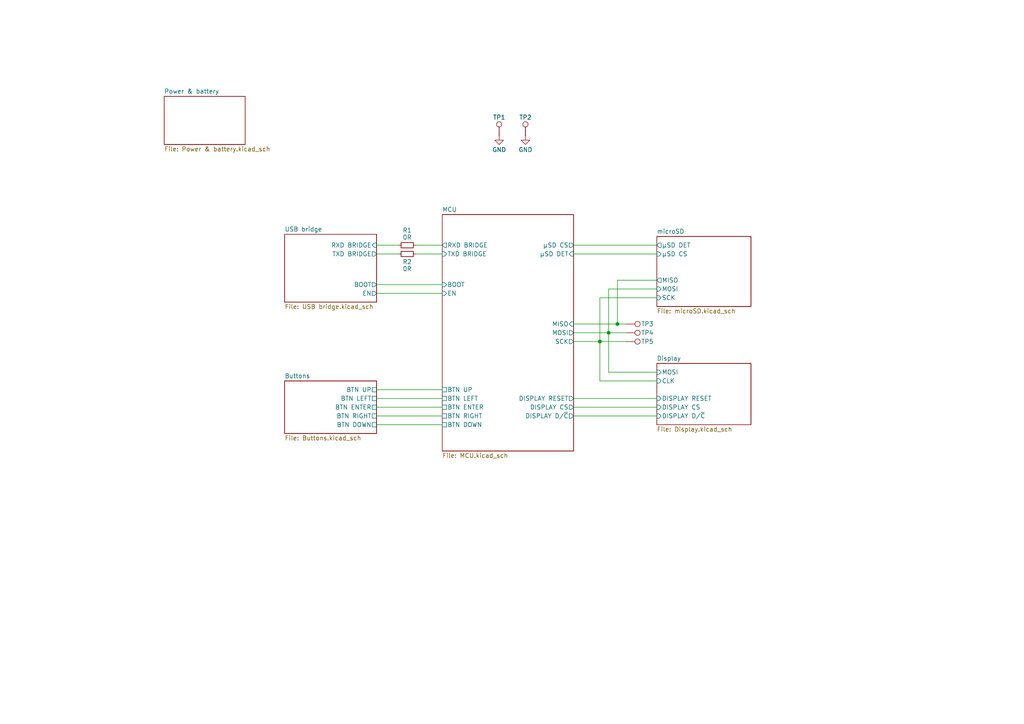
<source format=kicad_sch>
(kicad_sch (version 20250114) (generator "eeschema") (generator_version "9.0")
  (paper "A4")
  (title_block (title "ESP32MP3 devboard") (date "2025-12-08") (rev "Rev 1.0") (company "GiacoBot") (comment 1 "https://github.com/GiacoBot/ESP32MP3"))
  (lib_symbols
    (symbol "Connector:TestPoint" (pin_numbers (hide yes)) (pin_names (offset 0.762) (hide yes))
      (property "Reference" "TP" (at 0 6.858 0))
      (property "Value" "TestPoint" (at 0 5.08 0))
      (symbol "TestPoint_0_1"
        (circle (center 0 3.302) (radius 0.762))
      )
      (symbol "TestPoint_1_1"
        (pin passive line (at 0 0 90) (length 2.54) (name "1") (number "1"))
      )
    )
    (symbol "Device:R_Small" (pin_numbers (hide yes)) (pin_names (offset 0.254) (hide yes))
      (property "Reference" "R" (at 0 0 90))
      (property "Value" "R_Small" (at 1.778 0 90))
      (symbol "R_Small_0_1"
        (rectangle (start -0.762 1.778) (end 0.762 -1.778) (stroke (width 0.2032)))
      )
      (symbol "R_Small_1_1"
        (pin passive line (at 0 2.54 270) (length 0.762) (name "~") (number "1"))
        (pin passive line (at 0 -2.54 90) (length 0.762) (name "~") (number "2"))
      )
    )
    (symbol "power:GND" (power) (pin_numbers (hide yes)) (pin_names (offset 0) (hide yes))
      (property "Value" "GND" (at 0 -3.81 0))
      (symbol "GND_0_1"
        (polyline (pts (xy 0 0) (xy 0 -1.27) (xy 1.27 -1.27) (xy 0 -2.54) (xy -1.27 -1.27) (xy 0 -1.27)))
      )
      (symbol "GND_1_1"
        (pin power_in line (at 0 0 270) (length 0) (name "~") (number "1"))
      )
    )
  )
  (junction (at 179.07 93.98))
  (junction (at 176.53 96.52))
  (junction (at 173.99 99.06))
  (wire (pts (xy 179.07 81.28) (xy 190.5 81.28)))
  (wire (pts (xy 176.53 83.82) (xy 190.5 83.82)))
  (wire (pts (xy 166.37 96.52) (xy 176.53 96.52)))
  (wire (pts (xy 109.22 118.11) (xy 128.27 118.11)))
  (wire (pts (xy 109.22 113.03) (xy 128.27 113.03)))
  (wire (pts (xy 176.53 96.52) (xy 176.53 83.82)))
  (wire (pts (xy 166.37 115.57) (xy 190.5 115.57)))
  (wire (pts (xy 109.22 82.55) (xy 128.27 82.55)))
  (wire (pts (xy 109.22 85.09) (xy 128.27 85.09)))
  (wire (pts (xy 120.65 71.12) (xy 128.27 71.12)))
  (wire (pts (xy 166.37 118.11) (xy 190.5 118.11)))
  (wire (pts (xy 176.53 96.52) (xy 176.53 107.95)))
  (wire (pts (xy 166.37 71.12) (xy 190.5 71.12)))
  (wire (pts (xy 173.99 86.36) (xy 190.5 86.36)))
  (wire (pts (xy 179.07 93.98) (xy 179.07 81.28)))
  (wire (pts (xy 109.22 73.66) (xy 115.57 73.66)))
  (wire (pts (xy 176.53 96.52) (xy 181.61 96.52)))
  (wire (pts (xy 173.99 99.06) (xy 181.61 99.06)))
  (wire (pts (xy 109.22 71.12) (xy 115.57 71.12)))
  (wire (pts (xy 166.37 93.98) (xy 179.07 93.98)))
  (wire (pts (xy 173.99 110.49) (xy 190.5 110.49)))
  (wire (pts (xy 173.99 99.06) (xy 173.99 110.49)))
  (wire (pts (xy 181.61 93.98) (xy 179.07 93.98)))
  (wire (pts (xy 176.53 107.95) (xy 190.5 107.95)))
  (wire (pts (xy 109.22 120.65) (xy 128.27 120.65)))
  (wire (pts (xy 120.65 73.66) (xy 128.27 73.66)))
  (wire (pts (xy 109.22 123.19) (xy 128.27 123.19)))
  (wire (pts (xy 166.37 99.06) (xy 173.99 99.06)))
  (wire (pts (xy 109.22 115.57) (xy 128.27 115.57)))
  (wire (pts (xy 166.37 120.65) (xy 190.5 120.65)))
  (wire (pts (xy 166.37 73.66) (xy 190.5 73.66)))
  (wire (pts (xy 173.99 99.06) (xy 173.99 86.36)))
  (symbol (lib_id "Connector:TestPoint") (at 181.61 93.98 270) (mirror x) (unit 1) (in_bom no)
    (property "Reference" "TP3" (at 185.928 93.98 90) (effects (justify left)))
    (property "Value" "MISO" (effects (hide yes)))
    (property "Footprint" "TestPoint:TestPoint_Pad_D1.0mm" (effects (hide yes)))
    (property "Description" "test point" (effects (hide yes)))
  )
  (symbol (lib_id "Connector:TestPoint") (at 181.61 99.06 270) (mirror x) (unit 1) (in_bom no)
    (property "Reference" "TP5" (at 185.928 99.06 90) (effects (justify left)))
    (property "Value" "SCK" (effects (hide yes)))
    (property "Footprint" "TestPoint:TestPoint_Pad_D1.0mm" (effects (hide yes)))
    (property "Description" "test point" (effects (hide yes)))
  )
  (symbol (lib_id "Connector:TestPoint") (at 152.4 39.37 0) (mirror y) (unit 1) (in_bom no)
    (property "Reference" "TP2" (at 152.4 34.036 0))
    (property "Value" "GND" (effects (hide yes)))
    (property "Footprint" "TestPoint:TestPoint_Pad_1.0x1.0mm" (effects (hide yes)))
    (property "Description" "test point" (effects (hide yes)))
  )
  (symbol (lib_id "Connector:TestPoint") (at 181.61 96.52 270) (mirror x) (unit 1) (in_bom no)
    (property "Reference" "TP4" (at 185.928 96.52 90) (effects (justify left)))
    (property "Value" "MOSI" (effects (hide yes)))
    (property "Footprint" "TestPoint:TestPoint_Pad_D1.0mm" (effects (hide yes)))
    (property "Description" "test point" (effects (hide yes)))
  )
  (symbol (lib_id "power:GND") (at 144.78 39.37 0) (unit 1)
    (property "Reference" "#PWR01" (effects (hide yes)))
    (property "Value" "GND" (at 144.78 43.434 0))
    (property "Description" "Power symbol creates a global label with name \"GND\" , ground" (effects (hide yes)))
  )
  (symbol (lib_id "Connector:TestPoint") (at 144.78 39.37 0) (mirror y) (unit 1) (in_bom no)
    (property "Reference" "TP1" (at 144.78 34.036 0))
    (property "Value" "GND" (effects (hide yes)))
    (property "Footprint" "TestPoint:TestPoint_Pad_1.0x1.0mm" (effects (hide yes)))
    (property "Description" "test point" (effects (hide yes)))
  )
  (symbol (lib_id "power:GND") (at 152.4 39.37 0) (unit 1)
    (property "Reference" "#PWR02" (effects (hide yes)))
    (property "Value" "GND" (at 152.4 43.434 0))
    (property "Description" "Power symbol creates a global label with name \"GND\" , ground" (effects (hide yes)))
  )
  (symbol (lib_id "Device:R_Small") (at 118.11 71.12 90) (unit 1)
    (property "Reference" "R1" (at 118.11 66.802 90))
    (property "Value" "0R" (at 118.11 68.834 90))
    (property "Footprint" "Resistor_SMD:R_0603_1608Metric_Pad0.98x0.95mm_HandSolder" (effects (hide yes)))
    (property "Description" "Resistor, small symbol" (effects (hide yes)))
    (property "Part Number" "YAGEO RC0603JR-070RL" (effects (hide yes)))
  )
  (symbol (lib_id "Device:R_Small") (at 118.11 73.66 90) (mirror x) (unit 1)
    (property "Reference" "R2" (at 118.11 75.946 90))
    (property "Value" "0R" (at 118.11 77.978 90))
    (property "Footprint" "Resistor_SMD:R_0603_1608Metric_Pad0.98x0.95mm_HandSolder" (effects (hide yes)))
    (property "Description" "Resistor, small symbol" (effects (hide yes)))
    (property "Part Number" "YAGEO RC0603JR-070RL" (effects (hide yes)))
  )
  (sheet (at 82.55 110.49) (size 26.67 15.24) (stroke (width 0.1524))
    (property "Sheetname" "Buttons" (at 82.55 109.7784 0) (effects (justify left bottom)))
    (property "Sheetfile" "Buttons.kicad_sch" (at 82.55 126.3146 0) (effects (justify left top)))
    (pin "BTN ENTER" passive (at 109.22 118.11 0))
    (pin "BTN RIGHT" passive (at 109.22 120.65 0))
    (pin "BTN UP" passive (at 109.22 113.03 0))
    (pin "BTN LEFT" passive (at 109.22 115.57 0))
    (pin "BTN DOWN" passive (at 109.22 123.19 0))
  )
  (sheet (at 128.27 62.23) (size 38.1 68.58) (stroke (width 0.1524))
    (property "Sheetname" "MCU" (at 128.27 61.5184 0) (effects (justify left bottom)))
    (property "Sheetfile" "MCU.kicad_sch" (at 128.27 131.3946 0) (effects (justify left top)))
    (pin "BTN RIGHT" passive (at 128.27 120.65 180))
    (pin "BTN ENTER" passive (at 128.27 118.11 180))
    (pin "EN" input (at 128.27 85.09 180))
    (pin "µSD DET" input (at 166.37 73.66 0))
    (pin "DISPLAY CS" output (at 166.37 118.11 0))
    (pin "BTN DOWN" passive (at 128.27 123.19 180))
    (pin "TXD BRIDGE" input (at 128.27 73.66 180))
    (pin "SCK" output (at 166.37 99.06 0))
    (pin "µSD CS" output (at 166.37 71.12 0))
    (pin "DISPLAY D{slash}~{C}" output (at 166.37 120.65 0))
    (pin "BTN UP" passive (at 128.27 113.03 180))
    (pin "RXD BRIDGE" output (at 128.27 71.12 180))
    (pin "BOOT" input (at 128.27 82.55 180))
    (pin "BTN LEFT" passive (at 128.27 115.57 180))
    (pin "DISPLAY RESET" output (at 166.37 115.57 0))
    (pin "MOSI" output (at 166.37 96.52 0))
    (pin "MISO" input (at 166.37 93.98 0))
  )
  (sheet (at 190.5 105.41) (size 27.305 17.78) (stroke (width 0.1524))
    (property "Sheetname" "Display" (at 190.5 104.6984 0) (effects (justify left bottom)))
    (property "Sheetfile" "Display.kicad_sch" (at 190.5 123.7746 0) (effects (justify left top)))
    (pin "DISPLAY RESET" input (at 190.5 115.57 180))
    (pin "CLK" input (at 190.5 110.49 180))
    (pin "MOSI" input (at 190.5 107.95 180))
    (pin "DISPLAY D{slash}~{C}" input (at 190.5 120.65 180))
    (pin "DISPLAY CS" input (at 190.5 118.11 180))
  )
  (sheet (at 47.625 27.94) (size 23.495 13.97) (stroke (width 0.1524))
    (property "Sheetname" "Power & battery" (at 47.625 27.2284 0) (effects (justify left bottom)))
    (property "Sheetfile" "Power & battery.kicad_sch" (at 47.625 42.4946 0) (effects (justify left top)))
  )
  (sheet (at 82.55 67.945) (size 26.67 19.685) (stroke (width 0.1524))
    (property "Sheetname" "USB bridge" (at 82.55 67.2334 0) (effects (justify left bottom)))
    (property "Sheetfile" "USB bridge.kicad_sch" (at 82.55 88.2146 0) (effects (justify left top)))
    (pin "RXD BRIDGE" input (at 109.22 71.12 0))
    (pin "BOOT" output (at 109.22 82.55 0))
    (pin "TXD BRIDGE" output (at 109.22 73.66 0))
    (pin "EN" output (at 109.22 85.09 0))
  )
  (sheet (at 190.5 68.58) (size 27.305 20.32) (stroke (width 0.1524))
    (property "Sheetname" "microSD" (at 190.5 67.8684 0) (effects (justify left bottom)))
    (property "Sheetfile" "microSD.kicad_sch" (at 190.5 89.4846 0) (effects (justify left top)))
    (pin "µSD CS" input (at 190.5 73.66 180))
    (pin "µSD DET" output (at 190.5 71.12 180))
    (pin "SCK" input (at 190.5 86.36 180))
    (pin "MOSI" input (at 190.5 83.82 180))
    (pin "MISO" output (at 190.5 81.28 180))
  )
)
</source>
